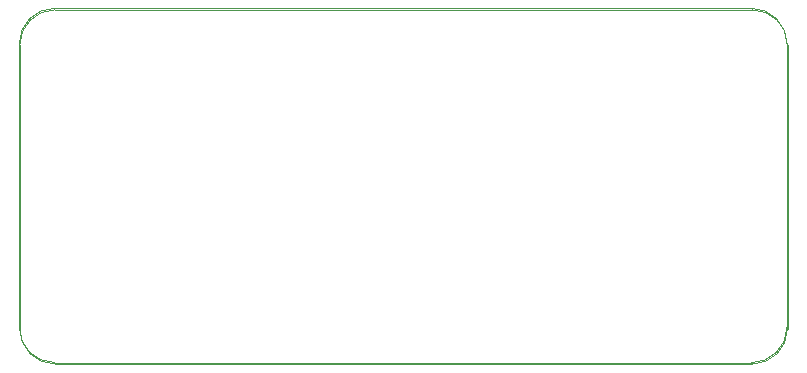
<source format=gko>
G04 Layer_Color=16711935*
%FSAX24Y24*%
%MOIN*%
G70*
G01*
G75*
%ADD128C,0.0000*%
%ADD129C,0.0000*%
D128*
X-000020Y001230D02*
G03*
X001161Y000049I001181J000000D01*
G01*
X024390D02*
G03*
X025571Y001230I000000J001181D01*
G01*
Y010679D02*
G03*
X024390Y011860I-001181J-000000D01*
G01*
X001161D02*
G03*
X-000020Y010679I000000J-001181D01*
G01*
X001161Y000049D02*
X024390D01*
X025571Y001230D02*
Y010679D01*
X001161Y011860D02*
X024390D01*
X-000020Y001230D02*
Y010679D01*
D129*
X024409Y000000D02*
G03*
X025591Y001181I000000J001181D01*
G01*
Y010630D02*
G03*
X024409Y011811I-001181J000000D01*
G01*
X-000000Y001181D02*
G03*
X001181Y000000I001181J000000D01*
G01*
Y011811D02*
G03*
X-000000Y010630I000000J-001181D01*
G01*
X001181Y000000D02*
X024409D01*
X000000Y001181D02*
Y007382D01*
X025591Y001181D02*
Y010630D01*
X001181Y011811D02*
X024409D01*
X-000000Y007382D02*
Y010630D01*
M02*

</source>
